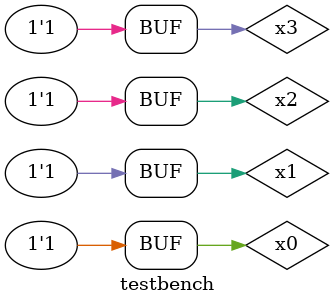
<source format=v>
`timescale 1ns / 1ns

module testbench ();

reg x0, x1, x2, x3;

wire y;

    source lab(y, x0, x1, x2, x3);

    initial begin
        $dumpfile("TimingDiagram.vcd");
        $dumpvars(0, y, x0, x1, x2, x3);

        x3 = 0; x2 = 0; x1 = 0; x0 = 0; #20; 
        x3 = 0; x2 = 0; x1 = 0; x0 = 1; #20; 
        x3 = 0; x2 = 0; x1 = 1; x0 = 0; #20;
        x3 = 0; x2 = 0; x1 = 1; x0 = 1; #20;
        x3 = 0; x2 = 1; x1 = 0; x0 = 0; #20;
        x3 = 0; x2 = 1; x1 = 0; x0 = 1; #20;
        x3 = 0; x2 = 1; x1 = 1; x0 = 0; #20;
        x3 = 0; x2 = 1; x1 = 1; x0 = 1; #20;
        x3 = 1; x2 = 0; x1 = 0; x0 = 0; #20;
        x3 = 1; x2 = 0; x1 = 0; x0 = 1; #20;
        x3 = 1; x2 = 0; x1 = 1; x0 = 0; #20;
        x3 = 1; x2 = 0; x1 = 1; x0 = 1; #20;
        x3 = 1; x2 = 1; x1 = 0; x0 = 0; #20;
        x3 = 1; x2 = 1; x1 = 0; x0 = 1; #20;
        x3 = 1; x2 = 1; x1 = 1; x0 = 0; #20;
        x3 = 1; x2 = 1; x1 = 1; x0 = 1; #20;
        
    end

endmodule //testbench
</source>
